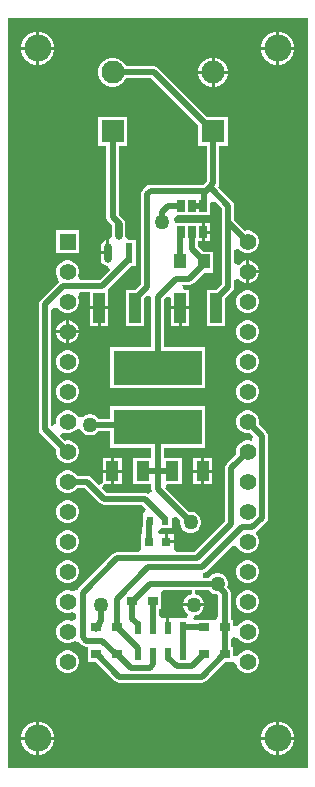
<source format=gbl>
G04*
G04 #@! TF.GenerationSoftware,Altium Limited,Altium Designer,23.3.1 (30)*
G04*
G04 Layer_Physical_Order=2*
G04 Layer_Color=16711680*
%FSLAX25Y25*%
%MOIN*%
G70*
G04*
G04 #@! TF.SameCoordinates,B46EFDDD-D530-4476-AF1B-D3F34534D4D2*
G04*
G04*
G04 #@! TF.FilePolarity,Positive*
G04*
G01*
G75*
%ADD14C,0.05567*%
%ADD15R,0.05567X0.05567*%
%ADD19C,0.02000*%
%ADD20C,0.09000*%
%ADD21C,0.07677*%
%ADD22R,0.07677X0.07677*%
%ADD23C,0.05000*%
%ADD24R,0.03543X0.03150*%
%ADD25R,0.29528X0.11811*%
%ADD26R,0.02756X0.03937*%
%ADD27R,0.02362X0.04331*%
%ADD28R,0.04352X0.06528*%
%ADD29R,0.02362X0.03150*%
%ADD30R,0.03150X0.03150*%
%ADD31R,0.03937X0.09843*%
%ADD32R,0.03937X0.04921*%
G04:AMPARAMS|DCode=33|XSize=65.3mil|YSize=24.68mil|CornerRadius=12.34mil|HoleSize=0mil|Usage=FLASHONLY|Rotation=90.000|XOffset=0mil|YOffset=0mil|HoleType=Round|Shape=RoundedRectangle|*
%AMROUNDEDRECTD33*
21,1,0.06530,0.00000,0,0,90.0*
21,1,0.04063,0.02468,0,0,90.0*
1,1,0.02468,0.00000,0.02031*
1,1,0.02468,0.00000,-0.02031*
1,1,0.02468,0.00000,-0.02031*
1,1,0.02468,0.00000,0.02031*
%
%ADD33ROUNDEDRECTD33*%
%ADD34R,0.02468X0.06530*%
G36*
X100000Y-250000D02*
X0D01*
Y0D01*
X100000D01*
Y-250000D01*
D02*
G37*
%LPC*%
G36*
X90724Y-4500D02*
X90500D01*
Y-9500D01*
X95500D01*
Y-9276D01*
X95125Y-7877D01*
X94401Y-6623D01*
X93377Y-5599D01*
X92123Y-4875D01*
X90724Y-4500D01*
D02*
G37*
G36*
X89500D02*
X89276D01*
X87877Y-4875D01*
X86623Y-5599D01*
X85599Y-6623D01*
X84875Y-7877D01*
X84500Y-9276D01*
Y-9500D01*
X89500D01*
Y-4500D01*
D02*
G37*
G36*
X10724D02*
X10500D01*
Y-9500D01*
X15500D01*
Y-9276D01*
X15125Y-7877D01*
X14401Y-6623D01*
X13377Y-5599D01*
X12123Y-4875D01*
X10724Y-4500D01*
D02*
G37*
G36*
X9500D02*
X9276D01*
X7877Y-4875D01*
X6623Y-5599D01*
X5599Y-6623D01*
X4875Y-7877D01*
X4500Y-9276D01*
Y-9500D01*
X9500D01*
Y-4500D01*
D02*
G37*
G36*
X95500Y-10500D02*
X90500D01*
Y-15500D01*
X90724D01*
X92123Y-15125D01*
X93377Y-14401D01*
X94401Y-13377D01*
X95125Y-12123D01*
X95500Y-10724D01*
Y-10500D01*
D02*
G37*
G36*
X89500D02*
X84500D01*
Y-10724D01*
X84875Y-12123D01*
X85599Y-13377D01*
X86623Y-14401D01*
X87877Y-15125D01*
X89276Y-15500D01*
X89500D01*
Y-10500D01*
D02*
G37*
G36*
X15500D02*
X10500D01*
Y-15500D01*
X10724D01*
X12123Y-15125D01*
X13377Y-14401D01*
X14401Y-13377D01*
X15125Y-12123D01*
X15500Y-10724D01*
Y-10500D01*
D02*
G37*
G36*
X9500D02*
X4500D01*
Y-10724D01*
X4875Y-12123D01*
X5599Y-13377D01*
X6623Y-14401D01*
X7877Y-15125D01*
X9276Y-15500D01*
X9500D01*
Y-10500D01*
D02*
G37*
G36*
X69137Y-13161D02*
X69000D01*
Y-17500D01*
X73339D01*
Y-17363D01*
X73009Y-16132D01*
X72372Y-15029D01*
X71471Y-14128D01*
X70368Y-13491D01*
X69137Y-13161D01*
D02*
G37*
G36*
X68000D02*
X67863D01*
X66632Y-13491D01*
X65529Y-14128D01*
X64628Y-15029D01*
X63991Y-16132D01*
X63661Y-17363D01*
Y-17500D01*
X68000D01*
Y-13161D01*
D02*
G37*
G36*
X73339Y-18500D02*
X69000D01*
Y-22839D01*
X69137D01*
X70368Y-22509D01*
X71471Y-21872D01*
X72372Y-20971D01*
X73009Y-19868D01*
X73339Y-18637D01*
Y-18500D01*
D02*
G37*
G36*
X68000D02*
X63661D01*
Y-18637D01*
X63991Y-19868D01*
X64628Y-20971D01*
X65529Y-21872D01*
X66632Y-22509D01*
X67863Y-22839D01*
X68000D01*
Y-18500D01*
D02*
G37*
G36*
X65740Y-68360D02*
Y-70829D01*
X67618D01*
Y-68360D01*
X65740D01*
D02*
G37*
G36*
X67618Y-71829D02*
X65740D01*
Y-74297D01*
X67618D01*
Y-71829D01*
D02*
G37*
G36*
X32898Y-73981D02*
X32526Y-74055D01*
X31787Y-74549D01*
X31293Y-75288D01*
X31120Y-76159D01*
Y-77691D01*
X32898D01*
Y-73981D01*
D02*
G37*
G36*
X35637Y-13161D02*
X34363D01*
X33132Y-13491D01*
X32029Y-14128D01*
X31128Y-15029D01*
X30491Y-16132D01*
X30161Y-17363D01*
Y-18637D01*
X30491Y-19868D01*
X31128Y-20971D01*
X32029Y-21872D01*
X33132Y-22509D01*
X34363Y-22839D01*
X35637D01*
X36868Y-22509D01*
X37971Y-21872D01*
X38872Y-20971D01*
X39410Y-20039D01*
X47970D01*
X63661Y-35730D01*
Y-42524D01*
X66461D01*
Y-54155D01*
X65155Y-55461D01*
X47672D01*
X46891Y-55616D01*
X46230Y-56058D01*
X46230Y-56058D01*
X45058Y-57230D01*
X44616Y-57891D01*
X44461Y-58672D01*
Y-88608D01*
X42490Y-90579D01*
X39437D01*
Y-102421D01*
X45374D01*
Y-93463D01*
X46579Y-92257D01*
X47962Y-92996D01*
X47961Y-93000D01*
Y-109595D01*
X34236D01*
Y-123406D01*
X65764D01*
Y-109595D01*
X52039D01*
Y-93845D01*
X53240Y-92644D01*
X54626Y-93218D01*
Y-96000D01*
X57595D01*
X60563D01*
Y-90579D01*
X58870D01*
X58068Y-89079D01*
X58191Y-88895D01*
X60574D01*
X61354Y-88739D01*
X62016Y-88297D01*
X65352Y-84961D01*
X68405D01*
Y-78039D01*
X65352D01*
X63539Y-76226D01*
Y-74297D01*
X64740D01*
Y-71329D01*
Y-68360D01*
X56206D01*
X55690Y-68009D01*
X55470Y-66957D01*
X56594Y-65640D01*
X67618D01*
Y-61623D01*
X69118Y-61002D01*
X71461Y-63345D01*
Y-68000D01*
Y-88608D01*
X69490Y-90579D01*
X66437D01*
Y-102421D01*
X72374D01*
Y-93463D01*
X74942Y-90895D01*
X75384Y-90233D01*
X75539Y-89453D01*
Y-87341D01*
X76735Y-86909D01*
X77039Y-86890D01*
X77677Y-87528D01*
X78540Y-88026D01*
X79500Y-88283D01*
Y-84500D01*
Y-80717D01*
X78540Y-80974D01*
X77677Y-81472D01*
X77039Y-82110D01*
X76735Y-82091D01*
X75539Y-81659D01*
Y-77341D01*
X76735Y-76909D01*
X77039Y-76890D01*
X77677Y-77527D01*
X78540Y-78026D01*
X79502Y-78284D01*
X80498D01*
X81460Y-78026D01*
X82323Y-77527D01*
X83027Y-76823D01*
X83526Y-75960D01*
X83784Y-74998D01*
Y-74002D01*
X83526Y-73040D01*
X83027Y-72177D01*
X82323Y-71473D01*
X81460Y-70974D01*
X80498Y-70717D01*
X79502D01*
X79185Y-70801D01*
X75539Y-67155D01*
Y-62500D01*
X75384Y-61720D01*
X74942Y-61058D01*
X74942Y-61058D01*
X70096Y-56212D01*
X70384Y-55780D01*
X70539Y-55000D01*
Y-42524D01*
X73339D01*
Y-32846D01*
X66545D01*
X50257Y-16558D01*
X49595Y-16116D01*
X48815Y-15961D01*
X39410D01*
X38872Y-15029D01*
X37971Y-14128D01*
X36868Y-13491D01*
X35637Y-13161D01*
D02*
G37*
G36*
X23784Y-70717D02*
X16217D01*
Y-78284D01*
X23784D01*
Y-70717D01*
D02*
G37*
G36*
X80500Y-80717D02*
Y-84000D01*
X83783D01*
X83526Y-83040D01*
X83027Y-82177D01*
X82323Y-81472D01*
X81460Y-80974D01*
X80500Y-80717D01*
D02*
G37*
G36*
X39839Y-32846D02*
X30161D01*
Y-42524D01*
X32961D01*
Y-66342D01*
X33116Y-67123D01*
X33558Y-67784D01*
X34722Y-68948D01*
Y-72531D01*
X34759Y-72716D01*
X33898Y-73587D01*
Y-78191D01*
X33398D01*
Y-78691D01*
X31120D01*
Y-80222D01*
X31293Y-81094D01*
X31787Y-81832D01*
X32526Y-82326D01*
X33332Y-82487D01*
X33518Y-82764D01*
X34039Y-83901D01*
X30696Y-87244D01*
X24516D01*
X23932Y-86487D01*
X23584Y-85744D01*
X23784Y-84998D01*
Y-84002D01*
X23526Y-83040D01*
X23028Y-82177D01*
X22323Y-81472D01*
X21460Y-80974D01*
X20498Y-80717D01*
X19502D01*
X18540Y-80974D01*
X17677Y-81472D01*
X16973Y-82177D01*
X16474Y-83040D01*
X16217Y-84002D01*
Y-84998D01*
X16474Y-85960D01*
X16973Y-86823D01*
X17010Y-87841D01*
X11058Y-93793D01*
X10616Y-94455D01*
X10461Y-95235D01*
Y-137000D01*
X10616Y-137780D01*
X11058Y-138442D01*
X16301Y-143685D01*
X16217Y-144002D01*
Y-144998D01*
X16474Y-145960D01*
X16973Y-146823D01*
X17677Y-147528D01*
X18540Y-148026D01*
X19502Y-148284D01*
X20498D01*
X21460Y-148026D01*
X22323Y-147528D01*
X23028Y-146823D01*
X23526Y-145960D01*
X23784Y-144998D01*
Y-144002D01*
X23526Y-143040D01*
X23028Y-142177D01*
X22323Y-141472D01*
X21460Y-140974D01*
X20498Y-140717D01*
X19502D01*
X19185Y-140801D01*
X17598Y-139214D01*
X18519Y-138014D01*
X18540Y-138026D01*
X19502Y-138284D01*
X20498D01*
X21460Y-138026D01*
X22323Y-137528D01*
X22752Y-137099D01*
X23207Y-137023D01*
X23834Y-137080D01*
X24491Y-137288D01*
X24699Y-137649D01*
X25351Y-138301D01*
X26149Y-138761D01*
X27039Y-139000D01*
X27961D01*
X28851Y-138761D01*
X29649Y-138301D01*
X30301Y-137649D01*
X30364Y-137539D01*
X34236D01*
Y-143090D01*
X47961D01*
Y-146736D01*
X41849D01*
Y-155264D01*
X47961D01*
Y-157000D01*
X48080Y-157601D01*
X47706Y-158022D01*
X46852Y-158527D01*
X46445Y-158256D01*
X45665Y-158100D01*
X32984D01*
X31541Y-156658D01*
X31568Y-156607D01*
X31568Y-156607D01*
X32269Y-155264D01*
X33104Y-155264D01*
X34475D01*
Y-151500D01*
X31799D01*
Y-153851D01*
X31799Y-154794D01*
X30406Y-155522D01*
X27942Y-153058D01*
X27280Y-152616D01*
X26500Y-152461D01*
X23191D01*
X23028Y-152177D01*
X22323Y-151472D01*
X21460Y-150974D01*
X20498Y-150716D01*
X19502D01*
X18540Y-150974D01*
X17677Y-151472D01*
X16973Y-152177D01*
X16474Y-153040D01*
X16217Y-154002D01*
Y-154998D01*
X16474Y-155960D01*
X16973Y-156823D01*
X17677Y-157527D01*
X18540Y-158026D01*
X19502Y-158283D01*
X20498D01*
X21460Y-158026D01*
X22323Y-157527D01*
X23028Y-156823D01*
X23191Y-156539D01*
X25655D01*
X30698Y-161582D01*
X30698Y-161582D01*
X31359Y-162024D01*
X32140Y-162179D01*
X32140Y-162179D01*
X44820D01*
X46181Y-163539D01*
X45607Y-164925D01*
X45260D01*
Y-167484D01*
X45221Y-167681D01*
Y-168988D01*
X45116Y-169145D01*
X44961Y-169925D01*
Y-171925D01*
X44472D01*
Y-176461D01*
X44472Y-177075D01*
X43339Y-177961D01*
X36500D01*
X36500Y-177961D01*
X35720Y-178116D01*
X35058Y-178558D01*
X23558Y-190058D01*
X23335Y-190392D01*
X23010Y-190739D01*
X21528Y-191014D01*
X21460Y-190974D01*
X20498Y-190717D01*
X19502D01*
X18540Y-190974D01*
X17677Y-191472D01*
X16973Y-192177D01*
X16474Y-193040D01*
X16217Y-194002D01*
Y-194998D01*
X16474Y-195960D01*
X16973Y-196823D01*
X17677Y-197528D01*
X18540Y-198026D01*
X19502Y-198284D01*
X20498D01*
X21460Y-198026D01*
X21461Y-198025D01*
X22706Y-198744D01*
Y-200256D01*
X21461Y-200975D01*
X21460Y-200974D01*
X20498Y-200716D01*
X19502D01*
X18540Y-200974D01*
X17677Y-201472D01*
X16973Y-202177D01*
X16474Y-203040D01*
X16217Y-204002D01*
Y-204998D01*
X16474Y-205960D01*
X16973Y-206823D01*
X17677Y-207527D01*
X18540Y-208026D01*
X19502Y-208283D01*
X20498D01*
X21460Y-208026D01*
X21894Y-207775D01*
X22342Y-207531D01*
X23558Y-207770D01*
X23780Y-207992D01*
X24730Y-208942D01*
X24730Y-208942D01*
X25391Y-209384D01*
X26172Y-209539D01*
X26882D01*
Y-214575D01*
X29541D01*
X35869Y-220902D01*
X36531Y-221345D01*
X37311Y-221500D01*
X64689D01*
X65469Y-221345D01*
X66131Y-220902D01*
X72459Y-214575D01*
X74875D01*
X75358Y-214727D01*
X76305Y-215330D01*
X76474Y-215960D01*
X76973Y-216823D01*
X77677Y-217528D01*
X78540Y-218026D01*
X79502Y-218284D01*
X80498D01*
X81460Y-218026D01*
X82323Y-217528D01*
X83027Y-216823D01*
X83526Y-215960D01*
X83784Y-214998D01*
Y-214002D01*
X83526Y-213040D01*
X83027Y-212177D01*
X82323Y-211473D01*
X81460Y-210974D01*
X80498Y-210717D01*
X79502D01*
X78540Y-210974D01*
X77677Y-211473D01*
X76973Y-212177D01*
X76618Y-212791D01*
X75704Y-212751D01*
X75118Y-212531D01*
Y-209425D01*
X74386D01*
Y-206760D01*
X75024Y-206343D01*
X75191Y-206299D01*
X76917Y-206727D01*
X76973Y-206823D01*
X77677Y-207527D01*
X78540Y-208026D01*
X79502Y-208283D01*
X80498D01*
X81460Y-208026D01*
X82323Y-207527D01*
X83027Y-206823D01*
X83526Y-205960D01*
X83784Y-204998D01*
Y-204002D01*
X83526Y-203040D01*
X83027Y-202177D01*
X82323Y-201472D01*
X81460Y-200974D01*
X80498Y-200716D01*
X79502D01*
X78540Y-200974D01*
X77677Y-201472D01*
X76973Y-202177D01*
X76618Y-202791D01*
X75704Y-202750D01*
X75118Y-202531D01*
Y-200425D01*
X74386D01*
Y-191658D01*
X74230Y-190878D01*
X73788Y-190216D01*
X73296Y-189724D01*
X73500Y-188961D01*
Y-188039D01*
X73261Y-187149D01*
X72801Y-186351D01*
X72149Y-185699D01*
X71351Y-185239D01*
X70461Y-185000D01*
X69539D01*
X68649Y-185239D01*
X67851Y-185699D01*
X67199Y-186351D01*
X67136Y-186461D01*
X65277D01*
X65129Y-184961D01*
X65516Y-184884D01*
X66177Y-184442D01*
X74866Y-175753D01*
X75815Y-175875D01*
X76586Y-176154D01*
X76973Y-176823D01*
X77677Y-177527D01*
X78540Y-178026D01*
X79502Y-178284D01*
X80498D01*
X81460Y-178026D01*
X82323Y-177527D01*
X83027Y-176823D01*
X83526Y-175960D01*
X83784Y-174998D01*
Y-174002D01*
X83526Y-173040D01*
X83027Y-172177D01*
X82902Y-172052D01*
X82990Y-171158D01*
X86225Y-167923D01*
X86667Y-167262D01*
X86823Y-166481D01*
Y-139284D01*
X86667Y-138503D01*
X86225Y-137842D01*
X83699Y-135315D01*
X83784Y-134998D01*
Y-134002D01*
X83526Y-133040D01*
X83027Y-132177D01*
X82323Y-131473D01*
X81460Y-130974D01*
X80498Y-130717D01*
X79502D01*
X78540Y-130974D01*
X77677Y-131473D01*
X76973Y-132177D01*
X76474Y-133040D01*
X76217Y-134002D01*
Y-134998D01*
X76474Y-135960D01*
X76973Y-136823D01*
X77677Y-137528D01*
X78540Y-138026D01*
X79502Y-138284D01*
X80498D01*
X80815Y-138199D01*
X81922Y-139306D01*
X81369Y-140858D01*
X81244Y-140917D01*
X80498Y-140717D01*
X79502D01*
X78540Y-140974D01*
X77677Y-141472D01*
X76973Y-142177D01*
X76474Y-143040D01*
X76217Y-144002D01*
Y-144998D01*
X76301Y-145315D01*
X73058Y-148558D01*
X72616Y-149220D01*
X72461Y-150000D01*
Y-167655D01*
X62155Y-177961D01*
X56661D01*
X55528Y-177075D01*
X55528Y-176461D01*
Y-175000D01*
X52953D01*
Y-174500D01*
X52453D01*
Y-171925D01*
X51122D01*
X50402Y-171925D01*
X50365Y-171807D01*
X50277Y-171023D01*
X51227Y-170075D01*
X54740D01*
Y-166745D01*
X56240Y-166124D01*
X57533Y-167417D01*
X57500Y-167539D01*
Y-168461D01*
X57739Y-169351D01*
X58199Y-170149D01*
X58851Y-170801D01*
X59649Y-171262D01*
X60539Y-171500D01*
X61461D01*
X62351Y-171262D01*
X63149Y-170801D01*
X63801Y-170149D01*
X64262Y-169351D01*
X64500Y-168461D01*
Y-167539D01*
X64262Y-166649D01*
X63801Y-165851D01*
X63149Y-165199D01*
X62351Y-164739D01*
X61461Y-164500D01*
X60539D01*
X60417Y-164533D01*
X52648Y-156764D01*
X53269Y-155264D01*
X58151D01*
Y-146736D01*
X52039D01*
Y-143090D01*
X65764D01*
Y-129279D01*
X34236D01*
Y-133461D01*
X30364D01*
X30301Y-133351D01*
X29649Y-132699D01*
X28851Y-132238D01*
X27961Y-132000D01*
X27039D01*
X26149Y-132238D01*
X25351Y-132699D01*
X25064Y-132986D01*
X24350Y-133011D01*
X23737Y-132900D01*
X23336Y-132712D01*
X23028Y-132177D01*
X22323Y-131473D01*
X21460Y-130974D01*
X20498Y-130717D01*
X19502D01*
X18540Y-130974D01*
X17677Y-131473D01*
X16973Y-132177D01*
X16474Y-133040D01*
X16217Y-134002D01*
Y-134829D01*
X15772Y-135257D01*
X14873Y-135781D01*
X14539Y-135585D01*
Y-97163D01*
X15230Y-96466D01*
X16862Y-96631D01*
X16973Y-96823D01*
X17677Y-97527D01*
X18540Y-98026D01*
X19502Y-98283D01*
X20498D01*
X21460Y-98026D01*
X22323Y-97527D01*
X23028Y-96823D01*
X23526Y-95960D01*
X23784Y-94998D01*
Y-94002D01*
X23526Y-93040D01*
X23400Y-92823D01*
X24191Y-91323D01*
X27626D01*
Y-96000D01*
X30595D01*
X33563D01*
Y-90579D01*
X33563D01*
X33436Y-90272D01*
X41252Y-82456D01*
X42836D01*
Y-73925D01*
X40422D01*
X39278Y-72531D01*
Y-68469D01*
X39104Y-67597D01*
X38611Y-66858D01*
X37975Y-66434D01*
X37039Y-65497D01*
Y-42524D01*
X39839D01*
Y-32846D01*
D02*
G37*
G36*
X83783Y-85000D02*
X80500D01*
Y-88283D01*
X81460Y-88026D01*
X82323Y-87528D01*
X83027Y-86823D01*
X83526Y-85960D01*
X83783Y-85000D01*
D02*
G37*
G36*
X80498Y-90716D02*
X79502D01*
X78540Y-90974D01*
X77677Y-91473D01*
X76973Y-92177D01*
X76474Y-93040D01*
X76217Y-94002D01*
Y-94998D01*
X76474Y-95960D01*
X76973Y-96823D01*
X77677Y-97527D01*
X78540Y-98026D01*
X79502Y-98283D01*
X80498D01*
X81460Y-98026D01*
X82323Y-97527D01*
X83027Y-96823D01*
X83526Y-95960D01*
X83784Y-94998D01*
Y-94002D01*
X83526Y-93040D01*
X83027Y-92177D01*
X82323Y-91473D01*
X81460Y-90974D01*
X80498Y-90716D01*
D02*
G37*
G36*
X60563Y-97000D02*
X58095D01*
Y-102421D01*
X60563D01*
Y-97000D01*
D02*
G37*
G36*
X57095D02*
X54626D01*
Y-102421D01*
X57095D01*
Y-97000D01*
D02*
G37*
G36*
X33563D02*
X31095D01*
Y-102421D01*
X33563D01*
Y-97000D01*
D02*
G37*
G36*
X30095D02*
X27626D01*
Y-102421D01*
X30095D01*
Y-97000D01*
D02*
G37*
G36*
X20500Y-100717D02*
Y-104000D01*
X23783D01*
X23526Y-103040D01*
X23028Y-102177D01*
X22323Y-101472D01*
X21460Y-100974D01*
X20500Y-100717D01*
D02*
G37*
G36*
X19500D02*
X18540Y-100974D01*
X17677Y-101472D01*
X16973Y-102177D01*
X16474Y-103040D01*
X16217Y-104000D01*
X19500D01*
Y-100717D01*
D02*
G37*
G36*
X23783Y-105000D02*
X20500D01*
Y-108283D01*
X21460Y-108026D01*
X22323Y-107527D01*
X23028Y-106823D01*
X23526Y-105960D01*
X23783Y-105000D01*
D02*
G37*
G36*
X19500D02*
X16217D01*
X16474Y-105960D01*
X16973Y-106823D01*
X17677Y-107527D01*
X18540Y-108026D01*
X19500Y-108283D01*
Y-105000D01*
D02*
G37*
G36*
X80498Y-100716D02*
X79502D01*
X78540Y-100974D01*
X77677Y-101472D01*
X76973Y-102177D01*
X76474Y-103040D01*
X76217Y-104002D01*
Y-104998D01*
X76474Y-105960D01*
X76973Y-106823D01*
X77677Y-107527D01*
X78540Y-108026D01*
X79502Y-108283D01*
X80498D01*
X81460Y-108026D01*
X82323Y-107527D01*
X83027Y-106823D01*
X83526Y-105960D01*
X83784Y-104998D01*
Y-104002D01*
X83526Y-103040D01*
X83027Y-102177D01*
X82323Y-101472D01*
X81460Y-100974D01*
X80498Y-100716D01*
D02*
G37*
G36*
Y-110716D02*
X79502D01*
X78540Y-110974D01*
X77677Y-111472D01*
X76973Y-112177D01*
X76474Y-113040D01*
X76217Y-114002D01*
Y-114998D01*
X76474Y-115960D01*
X76973Y-116823D01*
X77677Y-117527D01*
X78540Y-118026D01*
X79502Y-118283D01*
X80498D01*
X81460Y-118026D01*
X82323Y-117527D01*
X83027Y-116823D01*
X83526Y-115960D01*
X83784Y-114998D01*
Y-114002D01*
X83526Y-113040D01*
X83027Y-112177D01*
X82323Y-111472D01*
X81460Y-110974D01*
X80498Y-110716D01*
D02*
G37*
G36*
X20498D02*
X19502D01*
X18540Y-110974D01*
X17677Y-111472D01*
X16973Y-112177D01*
X16474Y-113040D01*
X16217Y-114002D01*
Y-114998D01*
X16474Y-115960D01*
X16973Y-116823D01*
X17677Y-117527D01*
X18540Y-118026D01*
X19502Y-118283D01*
X20498D01*
X21460Y-118026D01*
X22323Y-117527D01*
X23028Y-116823D01*
X23526Y-115960D01*
X23784Y-114998D01*
Y-114002D01*
X23526Y-113040D01*
X23028Y-112177D01*
X22323Y-111472D01*
X21460Y-110974D01*
X20498Y-110716D01*
D02*
G37*
G36*
X80498Y-120717D02*
X79502D01*
X78540Y-120974D01*
X77677Y-121473D01*
X76973Y-122177D01*
X76474Y-123040D01*
X76217Y-124002D01*
Y-124998D01*
X76474Y-125960D01*
X76973Y-126823D01*
X77677Y-127527D01*
X78540Y-128026D01*
X79502Y-128284D01*
X80498D01*
X81460Y-128026D01*
X82323Y-127527D01*
X83027Y-126823D01*
X83526Y-125960D01*
X83784Y-124998D01*
Y-124002D01*
X83526Y-123040D01*
X83027Y-122177D01*
X82323Y-121473D01*
X81460Y-120974D01*
X80498Y-120717D01*
D02*
G37*
G36*
X20498D02*
X19502D01*
X18540Y-120974D01*
X17677Y-121473D01*
X16973Y-122177D01*
X16474Y-123040D01*
X16217Y-124002D01*
Y-124998D01*
X16474Y-125960D01*
X16973Y-126823D01*
X17677Y-127527D01*
X18540Y-128026D01*
X19502Y-128284D01*
X20498D01*
X21460Y-128026D01*
X22323Y-127527D01*
X23028Y-126823D01*
X23526Y-125960D01*
X23784Y-124998D01*
Y-124002D01*
X23526Y-123040D01*
X23028Y-122177D01*
X22323Y-121473D01*
X21460Y-120974D01*
X20498Y-120717D01*
D02*
G37*
G36*
X38151Y-146736D02*
X35475D01*
Y-150500D01*
X38151D01*
Y-146736D01*
D02*
G37*
G36*
X68201D02*
X65525D01*
Y-150500D01*
X68201D01*
Y-146736D01*
D02*
G37*
G36*
X64525D02*
X61849D01*
Y-150500D01*
X64525D01*
Y-146736D01*
D02*
G37*
G36*
X34475D02*
X31799D01*
Y-150500D01*
X34475D01*
Y-146736D01*
D02*
G37*
G36*
X68201Y-151500D02*
X65525D01*
Y-155264D01*
X68201D01*
Y-151500D01*
D02*
G37*
G36*
X64525D02*
X61849D01*
Y-155264D01*
X64525D01*
Y-151500D01*
D02*
G37*
G36*
X38151D02*
X35475D01*
Y-155264D01*
X38151D01*
Y-151500D01*
D02*
G37*
G36*
X20498Y-160716D02*
X19502D01*
X18540Y-160974D01*
X17677Y-161472D01*
X16973Y-162177D01*
X16474Y-163040D01*
X16217Y-164002D01*
Y-164998D01*
X16474Y-165960D01*
X16973Y-166823D01*
X17677Y-167527D01*
X18540Y-168026D01*
X19502Y-168283D01*
X20498D01*
X21460Y-168026D01*
X22323Y-167527D01*
X23028Y-166823D01*
X23526Y-165960D01*
X23784Y-164998D01*
Y-164002D01*
X23526Y-163040D01*
X23028Y-162177D01*
X22323Y-161472D01*
X21460Y-160974D01*
X20498Y-160716D01*
D02*
G37*
G36*
X53453Y-171925D02*
Y-174000D01*
X55528D01*
Y-171925D01*
X53453D01*
D02*
G37*
G36*
X20498Y-170717D02*
X19502D01*
X18540Y-170974D01*
X17677Y-171473D01*
X16973Y-172177D01*
X16474Y-173040D01*
X16217Y-174002D01*
Y-174998D01*
X16474Y-175960D01*
X16973Y-176823D01*
X17677Y-177527D01*
X18540Y-178026D01*
X19502Y-178284D01*
X20498D01*
X21460Y-178026D01*
X22323Y-177527D01*
X23028Y-176823D01*
X23526Y-175960D01*
X23784Y-174998D01*
Y-174002D01*
X23526Y-173040D01*
X23028Y-172177D01*
X22323Y-171473D01*
X21460Y-170974D01*
X20498Y-170717D01*
D02*
G37*
G36*
X80498Y-180717D02*
X79502D01*
X78540Y-180974D01*
X77677Y-181473D01*
X76973Y-182177D01*
X76474Y-183040D01*
X76217Y-184002D01*
Y-184998D01*
X76474Y-185960D01*
X76973Y-186823D01*
X77677Y-187528D01*
X78540Y-188026D01*
X79502Y-188284D01*
X80498D01*
X81460Y-188026D01*
X82323Y-187528D01*
X83027Y-186823D01*
X83526Y-185960D01*
X83784Y-184998D01*
Y-184002D01*
X83526Y-183040D01*
X83027Y-182177D01*
X82323Y-181473D01*
X81460Y-180974D01*
X80498Y-180717D01*
D02*
G37*
G36*
X20498D02*
X19502D01*
X18540Y-180974D01*
X17677Y-181473D01*
X16973Y-182177D01*
X16474Y-183040D01*
X16217Y-184002D01*
Y-184998D01*
X16474Y-185960D01*
X16973Y-186823D01*
X17677Y-187528D01*
X18540Y-188026D01*
X19502Y-188284D01*
X20498D01*
X21460Y-188026D01*
X22323Y-187528D01*
X23028Y-186823D01*
X23526Y-185960D01*
X23784Y-184998D01*
Y-184002D01*
X23526Y-183040D01*
X23028Y-182177D01*
X22323Y-181473D01*
X21460Y-180974D01*
X20498Y-180717D01*
D02*
G37*
G36*
X80498Y-190717D02*
X79502D01*
X78540Y-190974D01*
X77677Y-191472D01*
X76973Y-192177D01*
X76474Y-193040D01*
X76217Y-194002D01*
Y-194998D01*
X76474Y-195960D01*
X76973Y-196823D01*
X77677Y-197528D01*
X78540Y-198026D01*
X79502Y-198284D01*
X80498D01*
X81460Y-198026D01*
X82323Y-197528D01*
X83027Y-196823D01*
X83526Y-195960D01*
X83784Y-194998D01*
Y-194002D01*
X83526Y-193040D01*
X83027Y-192177D01*
X82323Y-191472D01*
X81460Y-190974D01*
X80498Y-190717D01*
D02*
G37*
G36*
X20498Y-210717D02*
X19502D01*
X18540Y-210974D01*
X17677Y-211473D01*
X16973Y-212177D01*
X16474Y-213040D01*
X16217Y-214002D01*
Y-214998D01*
X16474Y-215960D01*
X16973Y-216823D01*
X17677Y-217528D01*
X18540Y-218026D01*
X19502Y-218284D01*
X20498D01*
X21460Y-218026D01*
X22323Y-217528D01*
X23028Y-216823D01*
X23526Y-215960D01*
X23784Y-214998D01*
Y-214002D01*
X23526Y-213040D01*
X23028Y-212177D01*
X22323Y-211473D01*
X21460Y-210974D01*
X20498Y-210717D01*
D02*
G37*
G36*
X90724Y-234500D02*
X90500D01*
Y-239500D01*
X95500D01*
Y-239276D01*
X95125Y-237877D01*
X94401Y-236623D01*
X93377Y-235599D01*
X92123Y-234875D01*
X90724Y-234500D01*
D02*
G37*
G36*
X89500D02*
X89276D01*
X87877Y-234875D01*
X86623Y-235599D01*
X85599Y-236623D01*
X84875Y-237877D01*
X84500Y-239276D01*
Y-239500D01*
X89500D01*
Y-234500D01*
D02*
G37*
G36*
X10724D02*
X10500D01*
Y-239500D01*
X15500D01*
Y-239276D01*
X15125Y-237877D01*
X14401Y-236623D01*
X13377Y-235599D01*
X12123Y-234875D01*
X10724Y-234500D01*
D02*
G37*
G36*
X9500D02*
X9276D01*
X7877Y-234875D01*
X6623Y-235599D01*
X5599Y-236623D01*
X4875Y-237877D01*
X4500Y-239276D01*
Y-239500D01*
X9500D01*
Y-234500D01*
D02*
G37*
G36*
X95500Y-240500D02*
X90500D01*
Y-245500D01*
X90724D01*
X92123Y-245125D01*
X93377Y-244401D01*
X94401Y-243377D01*
X95125Y-242123D01*
X95500Y-240724D01*
Y-240500D01*
D02*
G37*
G36*
X89500D02*
X84500D01*
Y-240724D01*
X84875Y-242123D01*
X85599Y-243377D01*
X86623Y-244401D01*
X87877Y-245125D01*
X89276Y-245500D01*
X89500D01*
Y-240500D01*
D02*
G37*
G36*
X15500D02*
X10500D01*
Y-245500D01*
X10724D01*
X12123Y-245125D01*
X13377Y-244401D01*
X14401Y-243377D01*
X15125Y-242123D01*
X15500Y-240724D01*
Y-240500D01*
D02*
G37*
G36*
X9500D02*
X4500D01*
Y-240724D01*
X4875Y-242123D01*
X5599Y-243377D01*
X6623Y-244401D01*
X7877Y-245125D01*
X9276Y-245500D01*
X9500D01*
Y-240500D01*
D02*
G37*
%LPD*%
G36*
X67199Y-190649D02*
X67851Y-191301D01*
X68649Y-191762D01*
X69539Y-192000D01*
X69804D01*
X70307Y-192503D01*
Y-199229D01*
X69575Y-200425D01*
X68425D01*
Y-200425D01*
X62882D01*
Y-200425D01*
X61717Y-200260D01*
X62461Y-199000D01*
X63351Y-198761D01*
X64149Y-198301D01*
X64801Y-197649D01*
X65262Y-196851D01*
X65490Y-196000D01*
X58511D01*
X58738Y-196851D01*
X59199Y-197649D01*
X59851Y-198301D01*
X60203Y-198504D01*
X59801Y-200004D01*
X57142D01*
X56201Y-200004D01*
X54701Y-200004D01*
X53961D01*
Y-203169D01*
X52961D01*
Y-200004D01*
X51279D01*
X50386Y-198874D01*
Y-196869D01*
X51118D01*
Y-191719D01*
X51890Y-190539D01*
X61445D01*
X61539Y-192000D01*
X60649Y-192238D01*
X59851Y-192699D01*
X59199Y-193351D01*
X58738Y-194149D01*
X58511Y-195000D01*
X65490D01*
X65262Y-194149D01*
X64801Y-193351D01*
X64149Y-192699D01*
X63351Y-192238D01*
X62461Y-192000D01*
X62555Y-190539D01*
X67136D01*
X67199Y-190649D01*
D02*
G37*
D14*
X80000Y-74500D02*
D03*
Y-84500D02*
D03*
Y-94500D02*
D03*
Y-104500D02*
D03*
Y-114500D02*
D03*
Y-124500D02*
D03*
Y-134500D02*
D03*
Y-144500D02*
D03*
Y-154500D02*
D03*
Y-164500D02*
D03*
Y-174500D02*
D03*
Y-184500D02*
D03*
Y-194500D02*
D03*
Y-204500D02*
D03*
Y-214500D02*
D03*
X20000D02*
D03*
Y-204500D02*
D03*
Y-194500D02*
D03*
Y-184500D02*
D03*
Y-174500D02*
D03*
Y-164500D02*
D03*
Y-154500D02*
D03*
Y-144500D02*
D03*
Y-134500D02*
D03*
Y-124500D02*
D03*
Y-114500D02*
D03*
Y-104500D02*
D03*
Y-94500D02*
D03*
Y-84500D02*
D03*
D15*
Y-74500D02*
D03*
D19*
X47000Y-174500D02*
Y-169925D01*
X47260Y-169665D02*
Y-167681D01*
X47000Y-169925D02*
X47260Y-169665D01*
Y-167681D02*
X47441Y-167500D01*
X50000Y-151000D02*
Y-136500D01*
X49000Y-135500D02*
X50000Y-136500D01*
X27500Y-135500D02*
X49000D01*
X72000Y-203000D02*
X72346Y-203346D01*
X72000Y-203000D02*
X72346Y-202654D01*
X41752Y-194393D02*
X47644Y-188500D01*
X29500Y-203500D02*
X30425Y-202575D01*
X51500Y-67500D02*
Y-64500D01*
X53500Y-62500D02*
X57382D01*
X51500Y-64500D02*
X53500Y-62500D01*
X57382D02*
X57553Y-62671D01*
X57760D01*
X50000Y-93000D02*
X56144Y-86856D01*
X50000Y-116500D02*
Y-93000D01*
X56144Y-86856D02*
X60574D01*
X65437Y-81992D02*
Y-81500D01*
X60574Y-86856D02*
X65437Y-81992D01*
X57500Y-81500D02*
X57661Y-81339D01*
Y-71427D02*
X57760Y-71329D01*
X57661Y-81339D02*
Y-71427D01*
X61500Y-77071D02*
X65500Y-81071D01*
X61500Y-77071D02*
Y-71329D01*
X73500Y-89453D02*
Y-68000D01*
Y-62500D01*
Y-68000D02*
X80000Y-74500D01*
X66000Y-57500D02*
X68500Y-55000D01*
X65500Y-62671D02*
Y-58000D01*
X68000Y-57000D02*
X73500Y-62500D01*
X67500Y-57000D02*
X68000D01*
X69405Y-96500D02*
Y-93547D01*
X73500Y-89453D01*
X65500Y-58000D02*
X66000Y-57500D01*
X47672D02*
X66000D01*
X46500Y-89453D02*
Y-58672D01*
X47672Y-57500D01*
X42405Y-96500D02*
Y-93547D01*
X46500Y-89453D01*
X30425Y-202575D02*
Y-201575D01*
X31000Y-201000D01*
Y-195500D01*
X25000Y-206328D02*
X26172Y-207500D01*
X31650D01*
X36149Y-212000D01*
X36346D01*
X25000Y-206328D02*
Y-191500D01*
X36500Y-180000D01*
X36346Y-203000D02*
Y-193426D01*
X46773Y-183000D01*
X36500Y-180000D02*
X63000D01*
X41653Y-200220D02*
Y-194294D01*
Y-200220D02*
X43500Y-202067D01*
Y-203000D02*
Y-202067D01*
X29654Y-212000D02*
X29851D01*
X29500D02*
X29654D01*
X64689Y-219461D02*
X72149Y-212000D01*
X37311Y-219461D02*
X64689D01*
X29851Y-212000D02*
X37311Y-219461D01*
X72149Y-212000D02*
X72346D01*
X47644Y-188500D02*
X70000D01*
X72346Y-212000D02*
Y-203346D01*
Y-202654D02*
Y-191658D01*
X70000Y-189312D02*
X72346Y-191658D01*
X70000Y-189312D02*
Y-188500D01*
X64735Y-183000D02*
X78019Y-169717D01*
X46773Y-183000D02*
X64735D01*
X63000Y-180000D02*
X74500Y-168500D01*
X50000Y-157000D02*
X61000Y-168000D01*
X45665Y-160140D02*
X52378Y-166853D01*
Y-167378D02*
X52500Y-167500D01*
X52378Y-167378D02*
Y-166853D01*
X32140Y-160140D02*
X45665D01*
X50000Y-157000D02*
Y-151000D01*
X54975D02*
X55500D01*
X50000D02*
X54975D01*
X45025D02*
X50000D01*
X37000Y-70000D02*
Y-68342D01*
X35000Y-66342D02*
Y-37685D01*
Y-66342D02*
X37000Y-68342D01*
X35500Y-18500D02*
X36000Y-18000D01*
X48815D02*
X68500Y-37685D01*
X36000Y-18000D02*
X48815D01*
X61500Y-62500D02*
X61671Y-62671D01*
X65240D01*
X68500Y-55000D02*
Y-37685D01*
X12500Y-137000D02*
Y-95235D01*
X18452Y-89284D01*
X31541D01*
X40500Y-80324D01*
Y-78500D01*
X12500Y-137000D02*
X20000Y-144500D01*
X74500Y-168500D02*
Y-150000D01*
X78019Y-169717D02*
X81548D01*
X74500Y-150000D02*
X80000Y-144500D01*
Y-134500D02*
X84784Y-139284D01*
Y-166481D02*
Y-139284D01*
X81548Y-169717D02*
X84784Y-166481D01*
X53642Y-213266D02*
Y-211642D01*
Y-213266D02*
X56372Y-215996D01*
X53500Y-211500D02*
X53642Y-211642D01*
X65457Y-212000D02*
X65654D01*
X61461Y-215996D02*
X65457Y-212000D01*
X56372Y-215996D02*
X61461D01*
X58500Y-203022D02*
X58563Y-203085D01*
X58500Y-203022D02*
Y-203000D01*
X65569Y-203085D02*
X65654Y-203000D01*
X58563Y-203085D02*
X65569D01*
X58382Y-203169D02*
Y-203118D01*
Y-211831D02*
Y-203169D01*
Y-203118D02*
X58500Y-203000D01*
X41004Y-216461D02*
X47368D01*
X48539Y-215289D02*
Y-211831D01*
X36543Y-212000D02*
X41004Y-216461D01*
X47368D02*
X48539Y-215289D01*
X43437Y-211937D02*
Y-209894D01*
Y-211937D02*
X43500Y-212000D01*
X36346Y-203000D02*
X36543D01*
X43437Y-209894D01*
X48346Y-201992D02*
X48500Y-202146D01*
Y-203000D02*
Y-202146D01*
X48346Y-201992D02*
Y-194294D01*
X20000Y-154500D02*
X26500D01*
X32140Y-160140D01*
D20*
X90000Y-240000D02*
D03*
X10000D02*
D03*
Y-10000D02*
D03*
X90000D02*
D03*
D21*
X68500Y-18000D02*
D03*
X35000D02*
D03*
D22*
X68500Y-37685D02*
D03*
X35000D02*
D03*
D23*
X62000Y-195500D02*
D03*
X27500Y-135500D02*
D03*
X51500Y-68000D02*
D03*
X31000Y-195500D02*
D03*
X70000Y-188500D02*
D03*
X61000Y-168000D02*
D03*
D24*
X48346Y-194294D02*
D03*
X41653D02*
D03*
X72346Y-212000D02*
D03*
X65654D02*
D03*
X72346Y-203000D02*
D03*
X65654D02*
D03*
X29654D02*
D03*
X36346D02*
D03*
X29654Y-212000D02*
D03*
X36346D02*
D03*
D25*
X50000Y-116500D02*
D03*
Y-136185D02*
D03*
D26*
X57760Y-71329D02*
D03*
X61500D02*
D03*
X65240D02*
D03*
Y-62671D02*
D03*
X61500D02*
D03*
X57760D02*
D03*
D27*
X43618Y-211831D02*
D03*
X48539D02*
D03*
X53461D02*
D03*
X58382D02*
D03*
Y-203169D02*
D03*
X53461D02*
D03*
X48539D02*
D03*
X43618D02*
D03*
D28*
X65025Y-151000D02*
D03*
X54975D02*
D03*
X34975D02*
D03*
X45025D02*
D03*
D29*
X52559Y-167500D02*
D03*
X47441D02*
D03*
D30*
X47047Y-174500D02*
D03*
X52953D02*
D03*
D31*
X57595Y-96500D02*
D03*
X69405D02*
D03*
X30595D02*
D03*
X42405D02*
D03*
D32*
X65437Y-81000D02*
D03*
X57563D02*
D03*
D33*
X37000Y-70500D02*
D03*
X33398Y-78191D02*
D03*
D34*
X40602D02*
D03*
M02*

</source>
